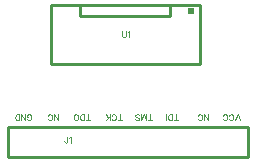
<source format=gbr>
%TF.GenerationSoftware,Novarm,DipTrace,3.2.0.1*%
%TF.CreationDate,2018-06-19T18:55:25-08:00*%
%FSLAX26Y26*%
%MOIN*%
%TF.FileFunction,Legend,Top*%
%TF.Part,Single*%
%ADD10C,0.009843*%
%ADD27C,0.003088*%
G75*
G01*
%LPD*%
X1035520Y913758D2*
D10*
X539457D1*
Y716905D1*
X1035520D1*
Y913758D1*
G36*
X1014437Y901247D2*
X995686D1*
Y882510D1*
X1014437D1*
Y901247D1*
G37*
X933231Y913758D2*
D10*
X633213D1*
Y876255D1*
X933231D1*
Y913758D1*
X393199Y507201D2*
X1193199D1*
X393199Y407201D2*
Y507201D1*
Y407201D2*
X1193199D1*
Y507201D1*
X775303Y825818D2*
D27*
Y811470D1*
X776254Y808596D1*
X778177Y806695D1*
X781051Y805722D1*
X782952D1*
X785826Y806695D1*
X787750Y808596D1*
X788700Y811470D1*
Y825818D1*
X794876Y821971D2*
X796799Y822944D1*
X799673Y825796D1*
Y805722D1*
X592499Y473990D2*
Y458691D1*
X591549Y455817D1*
X590576Y454867D1*
X588675Y453894D1*
X586751D1*
X584850Y454867D1*
X583899Y455817D1*
X582927Y458691D1*
Y460593D1*
X598675Y470143D2*
X600598Y471116D1*
X603472Y473968D1*
Y453894D1*
X1167487Y528383D2*
X1159838Y548479D1*
X1152189Y528383D1*
X1131665Y533159D2*
X1132616Y531257D1*
X1134539Y529334D1*
X1136441Y528383D1*
X1140265D1*
X1142189Y529334D1*
X1144090Y531257D1*
X1145063Y533159D1*
X1146013Y536033D1*
Y540830D1*
X1145063Y543682D1*
X1144090Y545605D1*
X1142189Y547507D1*
X1140265Y548479D1*
X1136441D1*
X1134539Y547507D1*
X1132616Y545605D1*
X1131665Y543682D1*
X1111142Y533159D2*
X1112092Y531257D1*
X1114016Y529334D1*
X1115917Y528383D1*
X1119742D1*
X1121665Y529334D1*
X1123566Y531257D1*
X1124539Y533159D1*
X1125490Y536033D1*
Y540830D1*
X1124539Y543682D1*
X1123566Y545605D1*
X1121665Y547506D1*
X1119742Y548479D1*
X1115917D1*
X1114016Y547506D1*
X1112092Y545605D1*
X1111142Y543682D1*
X1047839Y528383D2*
X1047840Y548479D1*
X1061237Y528383D1*
Y548479D1*
X1027316Y533159D2*
X1028266Y531257D1*
X1030190Y529334D1*
X1032091Y528383D1*
X1035916D1*
X1037839Y529334D1*
X1039740Y531257D1*
X1040713Y533159D1*
X1041664Y536033D1*
Y540830D1*
X1040713Y543682D1*
X1039740Y545605D1*
X1037839Y547507D1*
X1035916Y548479D1*
X1032091D1*
X1030190Y547507D1*
X1028267Y545605D1*
X1027316Y543682D1*
X767038Y528382D2*
Y548478D1*
X773737Y528382D2*
X760339D1*
X739816Y533157D2*
X740766Y531256D1*
X742690Y529333D1*
X744591Y528382D1*
X748416D1*
X750339Y529333D1*
X752240Y531256D1*
X753213Y533157D1*
X754164Y536031D1*
Y540829D1*
X753213Y543681D1*
X752240Y545604D1*
X750339Y547505D1*
X748416Y548478D1*
X744591D1*
X742690Y547505D1*
X740767Y545604D1*
X739816Y543681D1*
X733640Y528382D2*
Y548478D1*
X720243Y528382D2*
X733640Y541779D1*
X728865Y536982D2*
X720243Y548478D1*
X547839Y528382D2*
X547840Y548478D1*
X561237Y528382D1*
Y548478D1*
X527316Y533157D2*
X528266Y531256D1*
X530190Y529333D1*
X532091Y528382D1*
X535916D1*
X537839Y529333D1*
X539740Y531256D1*
X540713Y533157D1*
X541664Y536031D1*
Y540829D1*
X540713Y543681D1*
X539740Y545604D1*
X537839Y547505D1*
X535916Y548478D1*
X532091D1*
X530190Y547505D1*
X528267Y545604D1*
X527316Y543681D1*
X660787Y528382D2*
X660788Y548478D1*
X667486Y528382D2*
X654089D1*
X647913D2*
Y548478D1*
X641215D1*
X638341Y547505D1*
X636417Y545604D1*
X635467Y543681D1*
X634516Y540829D1*
Y536031D1*
X635466Y533157D1*
X636417Y531256D1*
X638340Y529333D1*
X641214Y528382D1*
X647913D1*
X622592D2*
X624516Y529333D1*
X626417Y531256D1*
X627390Y533157D1*
X628340Y536031D1*
Y540829D1*
X627390Y543681D1*
X626417Y545604D1*
X624516Y547505D1*
X622592Y548478D1*
X618768D1*
X616866Y547505D1*
X614943Y545604D1*
X613992Y543681D1*
X613042Y540829D1*
Y536031D1*
X613992Y533157D1*
X614943Y531256D1*
X616866Y529333D1*
X618767Y528382D1*
X622592D1*
X867038Y528383D2*
Y548479D1*
X873737Y528383D2*
X860339D1*
X838865Y548479D2*
Y528383D1*
X846515Y548479D1*
X854164Y528383D1*
Y548479D1*
X819292Y531257D2*
X821193Y529334D1*
X824067Y528383D1*
X827892D1*
X830766Y529334D1*
X832690Y531257D1*
Y533159D1*
X831717Y535082D1*
X830766Y536033D1*
X828865Y536983D1*
X823117Y538907D1*
X821194Y539857D1*
X820243Y540830D1*
X819292Y542731D1*
Y545605D1*
X821194Y547506D1*
X824068Y548479D1*
X827892D1*
X830766Y547506D1*
X832690Y545605D1*
X954537Y528383D2*
Y548479D1*
X961235Y528383D2*
X947838D1*
X941662D2*
X941663Y548479D1*
X934964D1*
X932090Y547507D1*
X930166Y545605D1*
X929216Y543682D1*
X928265Y540830D1*
Y536033D1*
X929216Y533159D1*
X930166Y531257D1*
X932090Y529334D1*
X934964Y528383D1*
X941662D1*
X922089D2*
X922090Y548479D1*
X457919Y533157D2*
X458870Y531256D1*
X460793Y529333D1*
X462694Y528382D1*
X466519D1*
X468442Y529333D1*
X470344Y531256D1*
X471316Y533157D1*
X472267Y536031D1*
Y540829D1*
X471316Y543681D1*
X470344Y545604D1*
X468442Y547505D1*
X466519Y548478D1*
X462694D1*
X460793Y547505D1*
X458870Y545604D1*
X457919Y543681D1*
Y540829D1*
X462694D1*
X438346Y528382D2*
Y548478D1*
X451743Y528382D1*
Y548478D1*
X432170Y528382D2*
Y548478D1*
X425472D1*
X422598Y547505D1*
X420674Y545604D1*
X419724Y543681D1*
X418773Y540829D1*
Y536031D1*
X419724Y533157D1*
X420674Y531256D1*
X422598Y529333D1*
X425472Y528382D1*
X432170D1*
M02*

</source>
